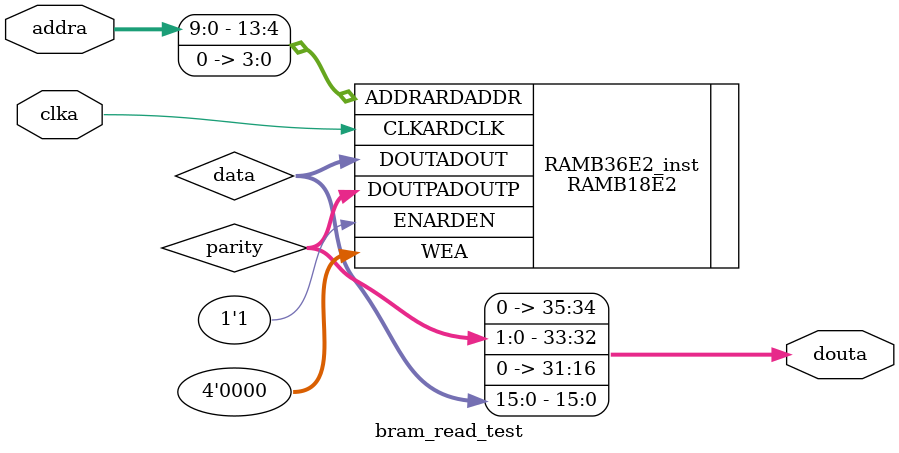
<source format=v>
`timescale 1ns / 1ps

module bram_read_test(
    input clka,
    input [9:0] addra,
    output [35:0] douta
    );
    
    wire [15:0] data;
    wire [1:0] parity;
    
    assign douta = {2'b0, parity, 16'b0, data};
    
RAMB18E2 #(
// CASCADE_ORDER_A, CASCADE_ORDER_B: "FIRST", "MIDDLE", "LAST", "NONE"
.CASCADE_ORDER_A("NONE"),
.CASCADE_ORDER_B("NONE"),
// CLOCK_DOMAINS: "COMMON", "INDEPENDENT"
.CLOCK_DOMAINS("INDEPENDENT"),
// Collision check: "ALL", "GENERATE_X_ONLY", "NONE", "WARNING_ONLY"
.SIM_COLLISION_CHECK("ALL"),
// DOA_REG, DOB_REG: Optional output register (0, 1)
.DOA_REG(0),
.DOB_REG(0),
// ENADDRENA/ENADDRENB: Address enable pin enable, "TRUE", "FALSE"
.ENADDRENA("FALSE"),
.ENADDRENB("FALSE"),

   // INITP_00 to INITP_0F: Initial contents of the parity memory array
	.INITP_00(256'h0000000000000000000000000000000000000000000000000000000000000000),
	.INITP_01(256'h0000000000000000000000000000000000000000000000000000000000000000),
	.INITP_02(256'h0000000000000000000000000000000000000000000000000000000000000000),
	.INITP_03(256'h0000000000000000000000000000000000000000000000000000000000000000),
	.INITP_04(256'h0000000000000000000000000000000000000000000000000000000000000000),
	.INITP_05(256'h0000000000000000000000000000000000000000000000000000000000000000),
	.INITP_06(256'h0000000000000000000000000000000000000000000000000000000000000000),
	.INITP_07(256'h0000000000000000000000000000000000000000000000000000000000000000),
   // INIT_00 to INIT_7F: Initial contents of the data memory array
	.INIT_00(256'h0000000000000000000000000000000000000000000000000000000000000000),
	.INIT_01(256'h0000000000000000000000000000000000000000000000000000000000000000),
	.INIT_02(256'h0000000000000000000000000000000000000000000000000000000000000000),
	.INIT_03(256'h0000000000000000000000000000000000000000000000000000000000000000),
	.INIT_04(256'h0000000000000000000000000000000000000000000000000000000000000000),
	.INIT_05(256'h0000000000000000000000000000000000000000000000000000000000000000),
	.INIT_06(256'h0000000000000000000000000000000000000000000000000000000000000000),
	.INIT_07(256'h0000000000000000000000000000000000000000000000000000000000000000),
	.INIT_08(256'h0000000000000000000000000000000000000000000000000000000000000000),
	.INIT_09(256'h0000000000000000000000000000000000000000000000000000000000000000),
	.INIT_0A(256'h0000000000000000000000000000000000000000000000000000000000000000),
	.INIT_0B(256'h0000000000000000000000000000000000000000000000000000000000000000),
	.INIT_0C(256'h0000000000000000000000000000000000000000000000000000000000000000),
	.INIT_0D(256'h0000000000000000000000000000000000000000000000000000000000000000),
	.INIT_0E(256'h0000000000000000000000000000000000000000000000000000000000000000),
	.INIT_0F(256'h0000000000000000000000000000000000000000000000000000000000000000),
	.INIT_10(256'h0000000000000000000000000000000000000000000000000000000000000000),
	.INIT_11(256'h0000000000000000000000000000000000000000000000000000000000000000),
	.INIT_12(256'h0000000000000000000000000000000000000000000000000000000000000000),
	.INIT_13(256'h0000000000000000000000000000000000000000000000000000000000000000),
	.INIT_14(256'h0000000000000000000000000000000000000000000000000000000000000000),
	.INIT_15(256'h0000000000000000000000000000000000000000000000000000000000000000),
	.INIT_16(256'h0000000000000000000000000000000000000000000000000000000000000000),
	.INIT_17(256'h0000000000000000000000000000000000000000000000000000000000000000),
	.INIT_18(256'h0000000000000000000000000000000000000000000000000000000000000000),
	.INIT_19(256'h0000000000000000000000000000000000000000000000000000000000000000),
	.INIT_1A(256'h0000000000000000000000000000000000000000000000000000000000000000),
	.INIT_1B(256'h0000000000000000000000000000000000000000000000000000000000000000),
	.INIT_1C(256'h0000000000000000000000000000000000000000000000000000000000000000),
	.INIT_1D(256'h0000000000000000000000000000000000000000000000000000000000000000),
	.INIT_1E(256'h0000000000000000000000000000000000000000000000000000000000000000),
	.INIT_1F(256'h0000000000000000000000000000000000000000000000000000000000000000),
	.INIT_20(256'h0000000000000000000000000000000000000000000000000000000000000000),
	.INIT_21(256'h0000000000000000000000000000000000000000000000000000000000000000),
	.INIT_22(256'h0000000000000000000000000000000000000000000000000000000000000000),
	.INIT_23(256'h0000000000000000000000000000000000000000000000000000000000000000),
	.INIT_24(256'h0000000000000000000000000000000000000000000000000000000000000000),
	.INIT_25(256'h0000000000000000000000000000000000000000000000000000000000000000),
	.INIT_26(256'h0000000000000000000000000000000000000000000000000000000000000000),
	.INIT_27(256'h0000000000000000000000000000000000000000000000000000000000000000),
	.INIT_28(256'h0000000000000000000000000000000000000000000000000000000000000000),
	.INIT_29(256'h0000000000000000000000000000000000000000000000000000000000000000),
	.INIT_2A(256'h0000000000000000000000000000000000000000000000000000000000000000),
	.INIT_2B(256'h0000000000000000000000000000000000000000000000000000000000000000),
	.INIT_2C(256'h0000000000000000000000000000000000000000000000000000000000000000),
	.INIT_2D(256'h0000000000000000000000000000000000000000000000000000000000000000),
	.INIT_2E(256'h0000000000000000000000000000000000000000000000000000000000000000),
	.INIT_2F(256'h0000000000000000000000000000000000000000000000000000000000000000),
	.INIT_30(256'h0000000000000000000000000000000000000000000000000000000000000000),
	.INIT_31(256'h0000000000000000000000000000000000000000000000000000000000000000),
	.INIT_32(256'h0000000000000000000000000000000000000000000000000000000000000000),
	.INIT_33(256'h0000000000000000000000000000000000000000000000000000000000000000),
	.INIT_34(256'h0000000000000000000000000000000000000000000000000000000000000000),
	.INIT_35(256'h0000000000000000000000000000000000000000000000000000000000000000),
	.INIT_36(256'h0000000000000000000000000000000000000000000000000000000000000000),
	.INIT_37(256'h0000000000000000000000000000000000000000000000000000000000000000),
	.INIT_38(256'h0000000000000000000000000000000000000000000000000000000000000000),
	.INIT_39(256'h0000000000000000000000000000000000000000000000000000000000000000),
	.INIT_3A(256'h0000000000000000000000000000000000000000000000000000000000000000),
	.INIT_3B(256'h0000000000000000000000000000000000000000000000000000000000000000),
	.INIT_3C(256'h0000000000000000000000000000000000000000000000000000000000000000),
	.INIT_3D(256'h0000000000000000000000000000000000000000000000000000000000000000),
	.INIT_3E(256'h0000000000000000000000000000000000000000000000000000000000000000),
	.INIT_3F(256'h0000000000000000000000000000000000000000000000000000000000000000),
   // INIT_A, INIT_B: Initial values on output ports
.INIT_A(18'h000000000),
.INIT_B(18'h000000000),
// Initialization File: RAM initialization file
.INIT_FILE("NONE"),
// Programmable Inversion Attributes: Specifies the use of the built-in programmable inversion
.IS_CLKARDCLK_INVERTED(1'b0),
.IS_CLKBWRCLK_INVERTED(1'b0),
.IS_ENARDEN_INVERTED(1'b0),
.IS_ENBWREN_INVERTED(1'b0),
.IS_RSTRAMARSTRAM_INVERTED(1'b0),
.IS_RSTRAMB_INVERTED(1'b0),
.IS_RSTREGARSTREG_INVERTED(1'b0),
.IS_RSTREGB_INVERTED(1'b0),
// RDADDRCHANGE: Disable memory access when output value does not change ("TRUE", "FALSE")
.RDADDRCHANGEA("FALSE"),
.RDADDRCHANGEB("FALSE"),
// READ_WIDTH_A/B, WRITE_WIDTH_A/B: Read/write width per port
.READ_WIDTH_A(18), // 0-9
.READ_WIDTH_B(0), // 0-9
.WRITE_WIDTH_A(0), // 0-9
.WRITE_WIDTH_B(0), // 0-9
// RSTREG_PRIORITY_A, RSTREG_PRIORITY_B: Reset or enable priority ("RSTREG", "REGCE")
.RSTREG_PRIORITY_A("RSTREG"),
.RSTREG_PRIORITY_B("RSTREG"),
// SRVAL_A, SRVAL_B: Set/reset value for output
.SRVAL_A(18'h000000000),
.SRVAL_B(18'h000000000),
// Sleep Async: Sleep function asynchronous or synchronous ("TRUE", "FALSE")
.SLEEP_ASYNC("FALSE"),
// WriteMode: "WRITE_FIRST", "NO_CHANGE", "READ_FIRST"
.WRITE_MODE_A("READ_FIRST"),
.WRITE_MODE_B("READ_FIRST")
)
RAMB36E2_inst (
// Cascade Signals outputs: Multi-BRAM cascade signals
//.CASDOUTA(CASDOUTA), // 32-bit output: Port A cascade output data
//.CASDOUTB(CASDOUTB), // 32-bit output: Port B cascade output data
//.CASDOUTPA(CASDOUTPA), // 4-bit output: Port A cascade output parity data
//.CASDOUTPB(CASDOUTPB), // 4-bit output: Port B cascade output parity data
//.CASOUTDBITERR(CASOUTDBITERR), // 1-bit output: DBITERR cascade output
//.CASOUTSBITERR(CASOUTSBITERR), // 1-bit output: SBITERR cascade output
// ECC Signals outputs: Error Correction Circuitry ports
//.DBITERR(DBITERR), // 1-bit output: Double bit error status
//.ECCPARITY(ECCPARITY), // 8-bit output: Generated error correction parity
//.RDADDRECC(RDADDRECC), // 9-bit output: ECC Read Address
//.SBITERR(SBITERR), // 1-bit output: Single bit error status
// Port A Data outputs: Port A data
.DOUTADOUT(data), // 32-bit output: Port A Data/LSB data
.DOUTPADOUTP(parity), // 4-bit output: Port A parity/LSB parity
// Port B Data outputs: Port B data
//.DOUTBDOUT(DOUTBDOUT), // 32-bit output: Port B data/MSB data
//.DOUTPBDOUTP(DOUTPBDOUTP), // 4-bit output: Port B parity/MSB parity
// Cascade Signals inputs: Multi-BRAM cascade signals
//.CASDIMUXA(CASDIMUXA), // 1-bit input: Port A input data (0=DINA, 1=CASDINA)
//.CASDIMUXB(CASDIMUXB), // 1-bit input: Port B input data (0=DINB, 1=CASDINB)
//.CASDINA(CASDINA), // 32-bit input: Port A cascade input data
//.CASDINB(CASDINB), // 32-bit input: Port B cascade input data
//.CASDINPA(CASDINPA), // 4-bit input: Port A cascade input parity data
//.CASDINPB(CASDINPB), // 4-bit input: Port B cascade input parity data
//.CASDOMUXA(CASDOMUXA), // 1-bit input: Port A unregistered data (0=BRAM data, 1=CASDINA)
//.CASDOMUXB(CASDOMUXB), // 1-bit input: Port B unregistered data (0=BRAM data, 1=CASDINB)
//.CASDOMUXEN_A(CASDOMUXEN_A), // 1-bit input: Port A unregistered output data enable
//.CASDOMUXEN_B(CASDOMUXEN_B), // 1-bit input: Port B unregistered output data enable
//.CASINDBITERR(CASINDBITERR), // 1-bit input: DBITERR cascade input
//.CASINSBITERR(CASINSBITERR), // 1-bit input: SBITERR cascade input
//.CASOREGIMUXA(CASOREGIMUXA), // 1-bit input: Port A registered data (0=BRAM data, 1=CASDINA)
//.CASOREGIMUXB(CASOREGIMUXB), // 1-bit input: Port B registered data (0=BRAM data, 1=CASDINB)
//.CASOREGIMUXEN_A(CASOREGIMUXEN_A), // 1-bit input: Port A registered output data enable
//.CASOREGIMUXEN_B(CASOREGIMUXEN_B), // 1-bit input: Port B registered output data enable
// ECC Signals inputs: Error Correction Circuitry ports
//.ECCPIPECE(ECCPIPECE), // 1-bit input: ECC Pipeline Register Enable
//.INJECTDBITERR(INJECTDBITERR), // 1-bit input: Inject a double-bit error
//.INJECTSBITERR(INJECTSBITERR),
// Port A Address/Control Signals inputs: Port A address and control signals
.ADDRARDADDR({addra[9:0], 4'b0}), // 14-bit input: A/Read port address
//.ADDRENA(1'b1), // 1-bit input: Active-High A/Read port address enable
.CLKARDCLK(clka), // 1-bit input: A/Read port clock
.ENARDEN(1'b1), // 1-bit input: Port A enable/Read enable
//.REGCEAREGCE(REGCEAREGCE), // 1-bit input: Port A register enable/Register enable
//.RSTRAMARSTRAM(RSTRAMARSTRAM), // 1-bit input: Port A set/reset
//.RSTREGARSTREG(RSTREGARSTREG), // 1-bit input: Port A register set/reset
//.SLEEP(SLEEP), // 1-bit input: Sleep Mode
.WEA(4'b0) // 4-bit input: Port A write enable
// Port A Data inputs: Port A data
//.DINADIN(DINADIN), // 32-bit input: Port A data/LSB data
//.DINPADINP(DINPADINP), // 4-bit input: Port A parity/LSB parity
// Port B Address/Control Signals inputs: Port B address and control signals
//.ADDRBWRADDR(ADDRBWRADDR), // 15-bit input: B/Write port address
//.ADDRENB(ADDRENB), // 1-bit input: Active-High B/Write port address enable
//.CLKBWRCLK(CLKBWRCLK), // 1-bit input: B/Write port clock
//.ENBWREN(ENBWREN), // 1-bit input: Port B enable/Write enable
//.REGCEB(REGCEB), // 1-bit input: Port B register enable
//.RSTRAMB(RSTRAMB), // 1-bit input: Port B set/reset
//.RSTREGB(RSTREGB), // 1-bit input: Port B register set/reset
//.WEBWE(WEBWE), // 8-bit input: Port B write enable/Write enable
// Port B Data inputs: Port B data
//.DINBDIN(DINBDIN), // 32-bit input: Port B data/MSB data
//.DINPBDINP(DINPBDINP) // 4-bit input: Port B parity/MSB parity
);
    
endmodule

</source>
